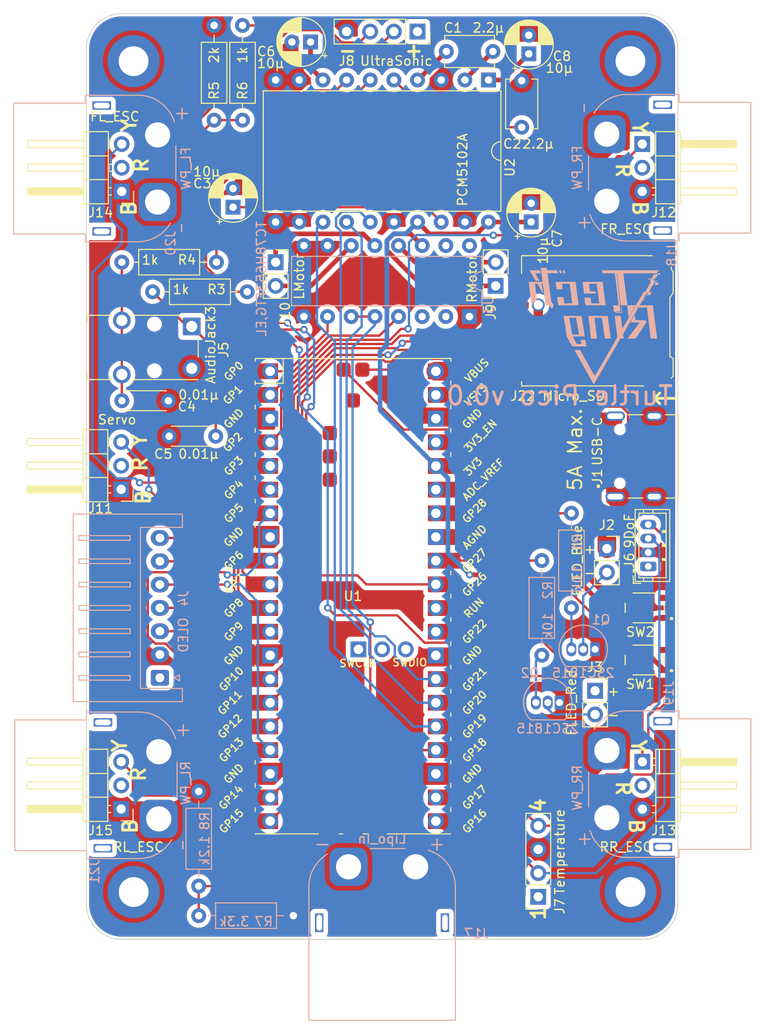
<source format=kicad_pcb>
(kicad_pcb (version 20221018) (generator pcbnew)
  (layers (0 "F.Cu" signal) (1 "In1.Cu" signal) (2 "In2.Cu" signal) (31 "B.Cu" signal) (34 "B.Paste" user) (35 "F.Paste" user) (36 "B.SilkS" user "B.Silkscreen") (37 "F.SilkS" user "F.Silkscreen") (38 "B.Mask" user) (39 "F.Mask" user) (44 "Edge.Cuts" user))
  (net 0 "")
  (net 1 "Net-(U2-CAPP)")
  (net 2 "Net-(U2-CAPM)")
  (net 3 "Net-(U2-VNEG)")
  (net 4 "GND")
  (net 5 "Net-(U2-LDOO)")
  (net 6 "Net-(C4-Pad1)")
  (net 7 "Net-(C5-Pad1)")
  (net 8 "+3.3V")
  (net 9 "+5V")
  (net 11 "Net-(J1-DP1)")
  (net 12 "Net-(J1-DN1)")
  (net 16 "Net-(J2-Pin_2)")
  (net 17 "Net-(J3-Pin_2)")
  (net 18 "/GP8")
  (net 19 "/GP9")
  (net 20 "/GP13")
  (net 21 "/GP10")
  (net 22 "/GP11")
  (net 23 "/GP16")
  (net 24 "/GP17")
  (net 25 "/GP15")
  (net 26 "Net-(J8-Pin_3)")
  (net 27 "Net-(J9-Pin_1)")
  (net 28 "Net-(J9-Pin_2)")
  (net 29 "Net-(J10-Pin_1)")
  (net 30 "Net-(J10-Pin_2)")
  (net 31 "/GP7")
  (net 32 "/GP2")
  (net 33 "/GP3")
  (net 34 "/GP4")
  (net 35 "/GP5")
  (net 36 "/GP12")
  (net 37 "/GP6")
  (net 38 "+12V")
  (net 39 "Net-(Q1-B)")
  (net 40 "Net-(Q2-B)")
  (net 41 "/GP28")
  (net 42 "/GP27")
  (net 43 "Net-(U2-OUTR)")
  (net 44 "Net-(U2-OUTL)")
  (net 45 "/GP14")
  (net 46 "/GP26")
  (net 47 "/GP22")
  (net 48 "/GP18")
  (net 49 "/GP19")
  (net 50 "/GP20")
  (net 51 "/GP21")
  (net 67 "/GP0")
  (net 68 "/GP1")
  (footprint "MountingHole:MountingHole_3.2mm_M3_DIN965_Pad" (layer "F.Cu") (at 119.38 134.62)
    (fp_text reference "REF**")
    (fp_text value "MountingHole_3.2mm_M3_DIN965_Pad")
  )
  (footprint "Resistor_THT:R_Axial_DIN0207_L6.3mm_D2.5mm_P10.16mm_Horizontal" (layer "F.Cu") (at 128.016 51.816 90)
    (fp_text reference "R5")
    (fp_text value "2k")
  )
  (footprint "Connector_PinHeader_2.54mm:PinHeader_1x03_P2.54mm_Horizontal" (layer "F.Cu") (at 173.99 120.65)
    (fp_text reference "J13")
    (fp_text value "RR_ESC")
  )
  (footprint "Resistor_THT:R_Axial_DIN0207_L6.3mm_D2.5mm_P10.16mm_Horizontal" (layer "F.Cu") (at 131.064 41.656 -90)
    (fp_text reference "R6")
    (fp_text value "1k")
  )
  (footprint "MountingHole:MountingHole_3.2mm_M3_DIN965_Pad" (layer "F.Cu") (at 172.72 134.62)
    (fp_text reference "REF**")
    (fp_text value "MountingHole_3.2mm_M3_DIN965_Pad")
  )
  (footprint "NELTRON_5077CR-16SMC2-BK-TR:NELTRON_5077CR-16SMC2-BK-TR" (layer "F.Cu") (at 171.58 87.886 90)
    (fp_text reference "J1")
    (fp_text value "USB-C")
  )
  (footprint "Connector_Audio:Jack_3.5mm_Switronic_ST-005-G_horizontal" (layer "F.Cu") (at 119.11 76.2)
    (fp_text reference "J5")
    (fp_text value "AudioJack3")
  )
  (footprint "Connector_PinSocket_2.54mm:PinSocket_1x02_P2.54mm_Vertical" (layer "F.Cu") (at 134.62 67.056)
    (fp_text reference "J10")
    (fp_text value "LMotor")
  )
  (footprint "Connector_PinSocket_2.54mm:PinSocket_1x02_P2.54mm_Vertical" (layer "F.Cu") (at 158.242 69.596 180)
    (fp_text reference "J9")
    (fp_text value "RMotor")
  )
  (footprint "Connector_PinHeader_2.54mm:PinHeader_1x03_P2.54mm_Horizontal" (layer "F.Cu") (at 118.1 59.461 180)
    (fp_text reference "J14")
    (fp_text value "FL_ESC")
  )
  (footprint "Capacitor_THT:C_Disc_D4.3mm_W1.9mm_P5.00mm" (layer "F.Cu") (at 128.19 85.725 180)
    (fp_text reference "C5")
    (fp_text value "0.01µ")
  )
  (footprint "SW_SKRPACE010:SW_SKRPACE010" (layer "F.Cu") (at 174.244 104.14 180)
    (fp_text reference "SW2")
    (fp_text value "SW_Push")
  )
  (footprint "Capacitor_THT:CP_Radial_D5.0mm_P2.00mm" (layer "F.Cu") (at 162.052 62.738 90)
    (fp_text reference "C7")
    (fp_text value "10µ")
  )
  (footprint "Resistor_THT:R_Axial_DIN0207_L6.3mm_D2.5mm_P10.16mm_Horizontal" (layer "F.Cu") (at 128.27 67.056 180)
    (fp_text reference "R4")
    (fp_text value "1k")
  )
  (footprint "Capacitor_THT:C_Disc_D5.1mm_W3.2mm_P5.00mm" (layer "F.Cu") (at 157.948 44.45 180)
    (fp_text reference "C1")
    (fp_text value "2.2µ")
  )
  (footprint "Connector_PinSocket_2.54mm:PinSocket_1x04_P2.54mm_Vertical" (layer "F.Cu") (at 162.814 135.128 180)
    (fp_text reference "J7")
    (fp_text value "Temperature")
  )
  (footprint "Connector_PinHeader_2.54mm:PinHeader_1x03_P2.54mm_Horizontal" (layer "F.Cu") (at 173.98 54.381)
    (fp_text reference "J12")
    (fp_text value "FR_ESC")
  )
  (footprint "Connector_PinSocket_2.54mm:PinSocket_1x02_P2.54mm_Vertical" (layer "F.Cu") (at 168.91 113.03)
    (fp_text reference "J3")
    (fp_text value "FLED_Red")
  )
  (footprint "Connector_PinSocket_2.54mm:PinSocket_1x04_P2.54mm_Vertical" (layer "F.Cu") (at 149.85 42.316 -90)
    (fp_text reference "J8")
    (fp_text value "UltraSonic")
  )
  (footprint "Connector_PinHeader_2.54mm:PinHeader_1x03_P2.54mm_Horizontal" (layer "F.Cu") (at 118.04 91.425 180)
    (fp_text reference "J11")
    (fp_text value "Servo")
  )
  (footprint "RPi_Pico:RPi_Pico_SMD_TH" (layer "F.Cu") (at 142.9259 102.885)
    (fp_text reference "U1")
    (fp_text value "Pico")
  )
  (footprint "Connector_Card:microSD_HC_Hirose_DM3AT-SF-PEJM5" (layer "F.Cu") (at 168.91 73.35 90)
    (fp_text reference "J22")
    (fp_text value "Micro_SD")
  )
  (footprint "SW_SKRPACE010:SW_SKRPACE010" (layer "F.Cu") (at 174.244 109.728 180)
    (fp_text reference "SW1")
    (fp_text value "SW_Push")
  )
  (footprint "Capacitor_THT:CP_Radial_D5.0mm_P2.00mm" (layer "F.Cu") (at 130.048 61.153112 90)
    (fp_text reference "C3")
    (fp_text value "10µ")
  )
  (footprint "Connector_PinHeader_2.54mm:PinHeader_1x03_P2.54mm_Horizontal" (layer "F.Cu") (at 118.04 125.715 180)
    (fp_text reference "J15")
    (fp_text value "RL_ESC")
  )
  (footprint "Connector_PinSocket_2.54mm:PinSocket_1x02_P2.54mm_Vertical" (layer "F.Cu") (at 170.18 97.79)
    (fp_text reference "J2")
    (fp_text value "FLED_Blue")
  )
  (footprint "PCM5102A:PCM5102A_DIP" (layer "F.Cu") (at 157.475 47.508 -90)
    (fp_text reference "U2")
    (fp_text value "PCM5102A")
  )
  (footprint "MountingHole:MountingHole_3.2mm_M3_DIN965_Pad" (layer "F.Cu") (at 119.37 45.491)
    (fp_text reference "REF**")
    (fp_text value "MountingHole_3.2mm_M3_DIN965_Pad")
  )
  (footprint "MountingHole:MountingHole_3.2mm_M3_DIN965_Pad" (layer "F.Cu") (at 172.71 45.491)
    (fp_text reference "REF**")
    (fp_text value "MountingHole_3.2mm_M3_DIN965_Pad")
  )
  (footprint "Capacitor_THT:CP_Radial_D5.0mm_P2.00mm" (layer "F.Cu") (at 161.798 44.704 90)
    (fp_text reference "C8")
    (fp_text value "10µ")
  )
  (footprint "Capacitor_THT:CP_Radial_D5.0mm_P2.00mm" (layer "F.Cu") (at 138.369113 43.434 180)
    (fp_text reference "C6")
    (fp_text value "10µ")
  )
  (footprint "Resistor_THT:R_Axial_DIN0207_L6.3mm_D2.5mm_P10.16mm_Horizontal" (layer "F.Cu") (at 131.572 70.231 180)
    (fp_text reference "R3")
    (fp_text value "1k")
  )
  (footprint "Connector_JST_ZH:JST_ZH_B4B-ZR_1x04_P1.50mm_Vertical" (layer "F.Cu") (at 174.625 99.695 90)
    (fp_text reference "J6")
    (fp_text value "9DoF")
  )
  (footprint "Capacitor_THT:C_Disc_D5.1mm_W3.2mm_P5.00mm" (layer "F.Cu") (at 161.036 52.578 90)
    (fp_text reference "C2")
    (fp_text value "2.2µ")
  )
  (footprint "Capacitor_THT:C_Disc_D4.3mm_W1.9mm_P5.00mm" (layer "F.Cu") (at 118.11 81.915)
    (fp_text reference "C4")
    (fp_text value "0.01µ")
  )
  (footprint "Connector_AMASS:AMASS_XT60PW-F_1x02_P7.20mm_Horizontal" (layer "B.Cu") (at 170.18 119.444 90)
    (fp_text reference "J19")
    (fp_text value "RR_PW")
  )
  (footprint "Package_DIP:DIP-16_W7.62mm" (layer "B.Cu") (at 155.433 72.888 90)
    (fp_text reference "U3")
    (fp_text value "TC78H653FTG,EL")
  )
  (footprint "Package_TO_SOT_THT:TO-92_Inline" (layer "B.Cu") (at 165.1 114.3 180)
    (fp_text reference "Q2")
    (fp_text value "2SC1815")
  )
  (footprint "Connector_AMASS:AMASS_XT60PW-F_1x02_P7.20mm_Horizontal" (layer "B.Cu") (at 121.951 60.604 -90)
    (fp_text reference "J20")
    (fp_text value "FL_PW")
  )
  (footprint "Resistor_THT:R_Axial_DIN0207_L6.3mm_D2.5mm_P10.16mm_Horizontal" (layer "B.Cu") (at 163.195 109.22 90)
    (fp_text reference "R2")
    (fp_text value "10k")
  )
  (footprint "Resistor_THT:R_Axial_DIN0207_L6.3mm_D2.5mm_P10.16mm_Horizontal" (layer "B.Cu") (at 166.37 104.14 90)
    (fp_text reference "R1")
    (fp_text value "10k")
  )
  (footprint "Connector_JST:JST_XH_S7B-XH-A_1x07_P2.50mm_Horizontal" (layer "B.Cu") (at 122.195 111.64 90)
    (fp_text reference "J4")
    (fp_text value "OLED")
  )
  (footprint "TechRing:TechRing" (layer "B.Cu") (at 169.009293 73.492422 180)
    (fp_text reference "G***")
    (fp_text value "LOGO" hide)
  )
  (footprint "Connector_AMASS:AMASS_XT60PW-F_1x02_P7.20mm_Horizontal" (layer "B.Cu") (at 122.078 126.771 -90)
    (fp_text reference "J21")
    (fp_text value "RL_PW")
  )
  (footprint "Connector_AMASS:AMASS_XT60PW-F_1x02_P7.20mm_Horizontal" (layer "B.Cu") (at 170.17 53.321 90)
    (fp_text reference "J18")
    (fp_text value "FR_PW")
  )
  (footprint "Resistor_THT:R_Axial_DIN0207_L6.3mm_D2.5mm_P10.16mm_Horizontal" (layer "B.Cu") (at 126.365 133.985 90)
    (fp_text reference "R8")
    (fp_text value "1.2k")
  )
  (footprint "Resistor_THT:R_Axial_DIN0207_L6.3mm_D2.5mm_P10.16mm_Horizontal" (layer "B.Cu") (at 136.525 137.16 180)
    (fp_text reference "R7")
    (fp_text value "3.3k")
  )
  (footprint "Package_TO_SOT_THT:TO-92_Inline" (layer "B.Cu") (at 168.91 108.585 180)
    (fp_text reference "Q1")
    (fp_text value "2SC1815")
  )
  (footprint "Connector_AMASS:AMASS_XT60PW-M_1x02_P7.20mm_Horizontal" (layer "B.Cu") (at 142.45 131.915)
    (fp_text reference "J17")
    (fp_text value "Lipo_In")
  )
  (gr_line (start 177.8 44.196) (end 177.8 135.89) (stroke (width 0.1)) (layer "Edge.Cuts"))
  (gr_line (start 118.110065 40.385987) (end 173.99 40.386) (stroke (width 0.1)) (layer "Edge.Cuts"))
  (gr_line (start 173.99 139.7) (end 118.11 139.7) (stroke (width 0.1)) (layer "Edge.Cuts"))
  (gr_arc (start 173.99 40.386) (mid 176.684077 41.501923) (end 177.8 44.196) (stroke (width 0.1)) (layer "Edge.Cuts"))
  (gr_arc (start 114.299987 44.196) (mid 115.415937 41.501891) (end 118.110065 40.385987) (stroke (width 0.1)) (layer "Edge.Cuts"))
  (gr_line (start 114.3 135.89) (end 114.299987 44.196) (stroke (width 0.1)) (layer "Edge.Cuts"))
  (gr_arc (start 177.8 135.89) (mid 176.684077 138.584077) (end 173.99 139.7) (stroke (width 0.1)) (layer "Edge.Cuts"))
  (gr_arc (start 118.11 139.7) (mid 115.415923 138.584077) (end 114.3 135.89) (stroke (width 0.1)) (layer "Edge.Cuts"))
  (gr_text "Turtle Pico v0.0" (at 165.1 82.55) (layer "B.SilkS") (effects (font (size 2 2) (thickness 0.3) bold) (justify bottom mirror)))
  (gr_text "Y" (at 118.745 119.761 90) (layer "F.SilkS") (effects (font (size 1.5 1.5) (thickness 0.3) bold) (justify left bottom)))
  (gr_text "5A Max." (at 167.64 91.694 90) (layer "F.SilkS") (effects (font (size 1.5 1.5) (thickness 0.1875)) (justify left bottom)))
  (gr_text "←" (at 174.371 83.185) (layer "F.SilkS") (effects (font (size 3 3) (thickness 0.3) bold) (justify left bottom)))
  (gr_text "-" (at 170.18 116.205) (layer "F.SilkS") (effects (font (size 1 1)) (justify left bottom)))
  (gr_text "-" (at 167.64 100.965) (layer "F.SilkS") (effects (font (size 1 1)) (justify left bottom)))
  (gr_text "R" (at 171.069 56.261 -90) (layer "F.SilkS") (effects (font (size 1.5 1.5) (thickness 0.3) bold) (justify left bottom)))
  (gr_text "B" (at 119.888 128.524 90) (layer "F.SilkS") (effects (font (size 1.5 1.5) (thickness 0.3) bold) (justify left bottom)))
  (gr_text "+" (at 170.18 113.665) (layer "F.SilkS") (effects (font (size 1 1)) (justify left bottom)))
  (gr_text "1" (at 163.703 137.795 90) (layer "F.SilkS") (effects (font (size 1.5 1.5) (thickness 0.3) bold) (justify left bottom)))
  (gr_text "R" (at 120.9548 89.662 90) (layer "F.SilkS") (effects (font (size 1.5 1.5) (thickness 0.3) bold) (justify left bottom)))
  (gr_text "+" (at 148.336 45.212) (layer "F.SilkS") (effects (font (size 1.5 1.5) (thickness 0.3) bold) (justify left bottom)))
  (gr_text "R" (at 120.777 122.936 90) (layer "F.SilkS") (effects (font (size 1.5 1.5) (thickness 0.3) bold) (justify left bottom)))
  (gr_text "4" (at 163.703 126.238 90) (layer "F.SilkS") (effects (font (size 1.5 1.5) (thickness 0.3) bold) (justify left bottom)))
  (gr_text "Y" (at 172.72 118.11 -90) (layer "F.SilkS") (effects (font (size 1.5 1.5) (thickness 0.3) bold) (justify left bottom)))
  (gr_text "R" (at 121.0564 57.6072 90) (layer "F.SilkS") (effects (font (size 1.5 1.5) (thickness 0.3) bold) (justify left bottom)))
  (gr_text "+" (at 167.64 98.425) (layer "F.SilkS") (effects (font (size 1 1)) (justify left bottom)))
  (gr_text "B" (at 121.285 93.218 90) (layer "F.SilkS") (effects (font (size 1.5 1.5) (thickness 0.3) bold) (justify left bottom)))
  (gr_text "Y" (at 120.904 86.995 90) (layer "F.SilkS") (effects (font (size 1.5 1.5) (thickness 0.3) bold) (justify left bottom)))
  (gr_text "Y" (at 172.847 51.816 -90) (layer "F.SilkS") (effects (font (size 1.5 1.5) (thickness 0.3) bold) (justify left bottom)))
  (gr_text "B" (at 172.847 60.325 -90) (layer "F.SilkS") (effects (font (size 1.5 1.5) (thickness 0.3) bold) (justify left bottom)))
  (gr_text "-" (at 141.224 45.212) (layer "F.SilkS") (effects (font (size 1.5 1.5) (thickness 0.3) bold) (justify left bottom)))
  (gr_text "B" (at 172.466 126.619 -90) (layer "F.SilkS") (effects (font (size 1.5 1.5) (thickness 0.3) bold) (justify left bottom)))
  (gr_text "Y" (at 119.761 53.213 90) (layer "F.SilkS") (effects (font (size 1.5 1.5) (thickness 0.3) bold) (justify left bottom)))
  (gr_text "B" (at 119.761 62.23 90) (layer "F.SilkS") (effects (font (size 1.5 1.5) (thickness 0.3) bold) (justify left bottom)))
  (gr_text "R" (at 171.069 122.555 -90) (layer "F.SilkS") (effects (font (size 1.5 1.5) (thickness 0.3) bold) (justify left bottom)))
  (segment (start 154.935 47.463) (end 157.948 44.45) (width 0.5) (layer "F.Cu") (net 1))
  (segment (start 154.935 47.508) (end 154.935 47.463) (width 0.5) (layer "F.Cu") (net 1))
  (segment (start 149.855 47.508) (end 149.89 47.508) (width 0.5) (layer "F.Cu") (net 2))
  (segment (start 149.89 47.508) (end 152.948 44.45) (width 0.5) (layer "F.Cu") (net 2))
  (segment (start 152.385 52.578) (end 161.036 52.578) (width 0.25) (layer "F.Cu") (net 3))
  (segment (start 147.315 47.508) (end 152.385 52.578) (width 0.25) (layer "F.Cu") (net 3))
  (segment (start 165.485 80.328554) (end 165.485 80.175) (width 0.5) (layer "F.Cu") (net 4))
  (segment (start 130.048 61.153112) (end 150.800112 61.153112) (width 0.25) (layer "F.Cu") (net 5))
  (segment (start 150.800112 61.153112) (end 152.395 62.748) (width 0.25) (layer "F.Cu") (net 5))
  (segment (start 118.11 66.675) (end 118.11 73.3) (width 0.25) (layer "F.Cu") (net 6))
  (segment (start 118.11 79.1) (end 118.11 81.915) (width 0.25) (layer "F.Cu") (net 6))
  (segment (start 118.11 79.1) (end 118.11 73.3) (width 0.25) (layer "F.Cu") (net 6))
  (segment (start 128.19 76.53) (end 125.61 73.95) (width 0.25) (layer "F.Cu") (net 7))
  (segment (start 125.131 73.95) (end 125.61 73.95) (width 0.25) (layer "F.Cu") (net 7))
  (segment (start 128.19 85.725) (end 128.19 76.53) (width 0.25) (layer "F.Cu") (net 7))
  (segment (start 121.412 70.231) (end 125.131 73.95) (width 0.25) (layer "F.Cu") (net 7))
  (segment (start 151.125 64.018) (end 149.855 62.748) (width 0.5) (layer "F.Cu") (net 8))
  (segment (start 157.475 62.748) (end 162.042 62.748) (width 0.5) (layer "F.Cu") (net 8))
  (segment (start 157.475 47.508) (end 158.994 47.508) (width 0.5) (layer "F.Cu") (net 8))
  (segment (start 169.742767 103.84) (end 166.486767 100.584) (width 0.5) (layer "F.Cu") (net 8))
  (segment (start 162.042 62.748) (end 162.052 62.738) (width 0.5) (layer "F.Cu") (net 8))
  (segment (start 138.369113 46.182113) (end 139.695 47.508) (width 0.5) (layer "F.Cu") (net 8))
  (segment (start 174.565 106.105) (end 174.565 109.049) (width 0.5) (layer "F.Cu") (net 8))
  (segment (start 175.455 105.215) (end 174.565 106.105) (width 0.5) (layer "F.Cu") (net 8))
  (segment (start 166.486767 100.584) (end 155.448 100.584) (width 0.5) (layer "F.Cu") (net 8))
  (segment (start 157.475 62.748) (end 156.205 64.018) (width 0.5) (layer "F.Cu") (net 8))
  (segment (start 158.994 47.508) (end 161.798 44.704) (width 0.5) (layer "F.Cu") (net 8))
  (segment (start 174.565 106.105) (end 172.3 103.84) (width 0.5) (layer "F.Cu") (net 8))
  (segment (start 174.565 109.049) (end 176.319 110.803) (width 0.5) (layer "F.Cu") (net 8))
  (segment (start 138.369113 43.434) (end 138.369113 46.182113) (width 0.5) (layer "F.Cu") (net 8))
  (segment (start 172.3 103.84) (end 169.742767 103.84) (width 0.5) (layer "F.Cu") (net 8))
  (segment (start 176.319 105.215) (end 175.455 105.215) (width 0.5) (layer "F.Cu") (net 8))
  (segment (start 156.205 64.018) (end 151.125 64.018) (width 0.5) (layer "F.Cu") (net 8))
  (via (at 155.448 100.584) (size 0.8) (drill 0.4) (layers "F.Cu" "B.Cu") (net 8))
  (segment (start 147.315233 63.998) (end 148.605 63.998) (width 0.5) (layer "B.Cu") (net 8))
  (segment (start 146.563 64.750233) (end 147.315233 63.998) (width 0.5) (layer "B.Cu") (net 8))
  (segment (start 153.1159 90.215) (end 151.8159 88.915) (width 0.5) (layer "B.Cu") (net 8))
  (segment (start 146.563 75.924418) (end 146.563 64.750233) (width 0.5) (layer "B.Cu") (net 8))
  (segment (start 153.1159 98.2519) (end 153.1159 90.215) (width 0.5) (layer "B.Cu") (net 8))
  (segment (start 155.448 100.584) (end 153.1159 98.2519) (width 0.5) (layer "B.Cu") (net 8))
  (segment (start 146.563 75.924418) (end 145.835 76.652418) (width 0.5) (layer "B.Cu") (net 8))
  (segment (start 148.605 63.998) (end 149.855 62.748) (width 0.5) (layer "B.Cu") (net 8))
  (segment (start 145.835 82.9341) (end 151.8159 88.915) (width 0.5) (layer "B.Cu") (net 8))
  (segment (start 145.835 76.652418) (end 145.835 82.9341) (width 0.5) (layer "B.Cu") (net 8))
  (segment (start 162.814 73.496) (end 162.814 71.628) (width 1) (layer "F.Cu") (net 9))
  (segment (start 168.605 93.365) (end 168.605 90.678) (width 2) (layer "F.Cu") (net 9))
  (segment (start 161.185 73.875) (end 162.435 73.875) (width 1) (layer "F.Cu") (net 9))
  (segment (start 155.1759 78.755) (end 151.8159 78.755) (width 2) (layer "F.Cu") (net 9))
  (segment (start 168.798 85.486) (end 168.656 85.344) (width 0.5) (layer "F.Cu") (net 9))
  (segment (start 168.656 85.344) (end 161.7649 85.344) (width 2) (layer "F.Cu") (net 9))
  (segment (start 170.18 97.79) (end 170.18 94.94) (width 2) (layer "F.Cu") (net 9))
  (segment (start 169.098 90.236) (end 168.656 90.678) (width 0.5) (layer "F.Cu") (net 9))
  (segment (start 170.18 94.94) (end 168.605 93.365) (width 2) (layer "F.Cu") (net 9))
  (segment (start 162.435 73.875) (end 162.814 73.496) (width 1) (layer "F.Cu") (net 9))
  (segment (start 170.515 85.486) (end 168.798 85.486) (width 0.5) (layer "F.Cu") (net 9))
  (segment (start 170.465 90.236) (end 169.098 90.236) (width 0.5) (layer "F.Cu") (net 9))
  (segment (start 161.7649 85.344) (end 155.1759 78.755) (width 2) (layer "F.Cu") (net 9))
  (via (at 162.814 71.628) (size 1.4) (drill 1) (layers "F.Cu" "B.Cu") (net 9))
  (segment (start 171.45 87.196) (end 171.45 88.076) (width 0.25) (layer "F.Cu") (net 11))
  (segment (start 156.859 87.136) (end 154.733 85.01) (width 0.25) (layer "F.Cu") (net 11))
  (segment (start 171.39 87.136) (end 171.45 87.196) (width 0.25) (layer "F.Cu") (net 11))
  (segment (start 171.39 88.136) (end 170.515 88.136) (width 0.25) (layer "F.Cu") (net 11))
  (segment (start 154.733 85.01) (end 148.3509 85.01) (width 0.25) (layer "F.Cu") (net 11))
  (segment (start 148.3509 85.01) (end 141.9259 78.585) (width 0.25) (layer "F.Cu") (net 11))
  (segment (start 170.515 87.136) (end 171.39 87.136) (width 0.25) (layer "F.Cu") (net 11))
  (segment (start 171.45 88.076) (end 171.39 88.136) (width 0.25) (layer "F.Cu") (net 11))
  (segment (start 170.515 87.136) (end 156.859 87.136) (width 0.25) (layer "F.Cu") (net 11))
  (segment (start 171.526396 88.636) (end 170.515 88.636) (width 0.25) (layer "F.Cu") (net 12))
  (segment (start 143.9259 78.585) (end 149.6359 78.585) (width 0.25) (layer "F.Cu") (net 12))
  (segment (start 155.789 77.43) (end 160.909 82.55) (width 0.25) (layer "F.Cu") (net 12))
  (segment (start 169.615 87.661) (end 169.615 88.611) (width 0.25) (layer "F.Cu") (net 12))
  (segment (start 171.780726 82.55) (end 172.455 83.224274) (width 0.25) (layer "F.Cu") (net 12))
  (segment (start 150.7909 77.43) (end 155.789 77.43) (width 0.25) (layer "F.Cu") (net 12))
  (segment (start 160.909 82.55) (end 171.780726 82.55) (width 0.25) (layer "F.Cu") (net 12))
  (segment (start 172.455 83.224274) (end 172.455 87.707396) (width 0.25) (layer "F.Cu") (net 12))
  (segment (start 169.64 88.636) (end 170.515 88.636) (width 0.25) (layer "F.Cu") (net 12))
  (segment (start 172.455 87.707396) (end 171.526396 88.636) (width 0.25) (layer "F.Cu") (net 12))
  (segment (start 170.515 87.636) (end 169.64 87.636) (width 0.25) (layer "F.Cu") (net 12))
  (segment (start 149.6359 78.585) (end 150.7909 77.43) (width 0.25) (layer "F.Cu") (net 12))
  (segment (start 169.64 87.636) (end 169.615 87.661) (width 0.25) (layer "F.Cu") (net 12))
  (segment (start 169.615 88.611) (end 169.64 88.636) (width 0.25) (layer "F.Cu") (net 12))
  (segment (start 167.64 108.585) (end 167.64 102.87) (width 0.25) (layer "B.Cu") (net 16))
  (segment (start 167.64 102.87) (end 170.18 100.33) (width 0.25) (layer "B.Cu") (net 16))
  (segment (start 164.445 115.57) (end 168.91 115.57) (width 0.25) (layer "B.Cu") (net 17))
  (segment (start 163.83 114.955) (end 164.445 115.57) (width 0.25) (layer "B.Cu") (net 17))
  (segment (start 163.83 114.3) (end 163.83 114.955) (width 0.25) (layer "B.Cu") (net 17))
  (segment (start 134.0359 104.155) (end 132.4259 104.155) (width 0.25) (layer "F.Cu") (net 18))
  (segment (start 130.6109 102.34) (end 130.6109 97.0829) (width 0.25) (layer "F.Cu") (net 18))
  (segment (start 130.168 96.64) (end 122.195 96.64) (width 0.25) (layer "F.Cu") (net 18))
  (segment (start 132.4259 104.155) (end 130.6109 102.34) (width 0.25) (layer "F.Cu") (net 18))
  (segment (start 130.6109 97.0829) (end 130.168 96.64) (width 0.25) (layer "F.Cu") (net 18))
  (segment (start 129.62 99.14) (end 130.1609 99.6809) (width 0.25) (layer "F.Cu") (net 19))
  (segment (start 130.1609 104.43) (end 132.4259 106.695) (width 0.25) (layer "F.Cu") (net 19))
  (segment (start 130.1609 99.6809) (end 130.1609 104.43) (width 0.25) (layer "F.Cu") (net 19))
  (segment (start 122.195 99.14) (end 129.62 99.14) (width 0.25) (layer "F.Cu") (net 19))
  (segment (start 132.4259 106.695) (end 134.0359 106.695) (width 0.25) (layer "F.Cu") (net 19))
  (segment (start 129.4364 101.6) (end 129.3964 101.64) (width 0.25) (layer "F.Cu") (net 20))
  (segment (start 129.3964 101.64) (end 122.195 101.64) (width 0.25) (layer "F.Cu") (net 20))
  (via (at 129.4364 101.6) (size 0.8) (drill 0.4) (layers "F.Cu" "B.Cu") (net 20))
  (segment (start 131.318 102.108) (end 130.81 101.6) (width 0.25) (layer "B.Cu") (net 20))
  (segment (start 132.715 103.505) (end 131.318 102.108) (width 0.25) (layer "B.Cu") (net 20))
  (segment (start 132.715 118.0741) (end 132.715 103.505) (width 0.25) (layer "B.Cu") (net 20))
  (segment (start 134.0359 119.395) (end 132.715 118.0741) (width 0.25) (layer "B.Cu") (net 20))
  (segment (start 130.81 101.6) (end 129.4364 101.6) (width 0.25) (layer "B.Cu") (net 20))
  (segment (start 136.1109 81.129188) (end 140.960088 76.28) (width 0.25) (layer "F.Cu") (net 21))
  (segment (start 124.46 104.14) (end 122.195 104.14) (width 0.25) (layer "F.Cu") (net 21))
  (segment (start 134.0359 111.775) (end 132.095 111.775) (width 0.25) (layer "F.Cu") (net 21))
  (segment (start 136.1109 109.51) (end 136.1109 81.129188) (width 0.25) (layer "F.Cu") (net 21))
  (segment (start 147.736743 76.461743) (end 157.980257 76.461743) (width 0.25) (layer "F.Cu") (net 21))
  (segment (start 140.960088 76.28) (end 147.555 76.28) (width 0.25) (layer "F.Cu") (net 21))
  (segment (start 147.555 76.28) (end 147.736743 76.461743) (width 0.25) (layer "F.Cu") (net 21))
  (segment (start 134.0359 111.775) (end 134.0359 111.585) (width 0.25) (layer "F.Cu") (net 21))
  (segment (start 157.980257 76.461743) (end 159.467 74.975) (width 0.25) (layer "F.Cu") (net 21))
  (segment (start 132.095 111.775) (end 124.46 104.14) (width 0.25) (layer "F.Cu") (net 21))
  (segment (start 159.467 74.975) (end 161.185 74.975) (width 0.25) (layer "F.Cu") (net 21))
  (segment (start 134.0359 111.585) (end 136.1109 109.51) (width 0.25) (layer "F.Cu") (net 21))
  (segment (start 140.871984 77.0045) (end 136.5609 81.315584) (width 0.25) (layer "F.Cu") (net 22))
  (segment (start 146.685 77.0045) (end 140.871984 77.0045) (width 0.25) (layer "F.Cu") (net 22))
  (segment (start 156.845 75.5555) (end 148.397486 75.5555) (width 0.25) (layer "F.Cu") (net 22))
  (segment (start 124.42 106.64) (end 122.195 106.64) (width 0.25) (layer "F.Cu") (net 22))
  (segment (start 132.095 114.315) (end 124.42 106.64) (width 0.25) (layer "F.Cu") (net 22))
  (segment (start 161.29 72.73) (end 159.6705 72.73) (width 0.25) (layer "F.Cu") (net 22))
  (segment (start 136.5609 111.79) (end 134.0359 114.315) (width 0.25) (layer "F.Cu") (net 22))
  (segment (start 148.397486 75.5555) (end 148.216243 75.736743) (width 0.25) (layer "F.Cu") (net 22))
  (segment (start 136.5609 81.315584) (end 136.5609 111.79) (width 0.25) (layer "F.Cu") (net 22))
  (segment (start 159.6705 72.73) (end 156.845 75.5555) (width 0.25) (layer "F.Cu") (net 22))
  (segment (start 134.0359 114.315) (end 132.095 114.315) (width 0.25) (layer "F.Cu") (net 22))
  (via (at 146.685 77.0045) (size 0.8) (drill 0.4) (layers "F.Cu" "B.Cu") (net 22))
  (via (at 148.216243 75.736743) (size 0.8) (drill 0.4) (layers "F.Cu" "B.Cu") (net 22))
  (segment (start 146.685 77.0045) (end 146.948486 77.0045) (width 0.25) (layer "B.Cu") (net 22))
  (segment (start 146.948486 77.0045) (end 148.216243 75.736743) (width 0.25) (layer "B.Cu") (net 22))
  (segment (start 156.2459 131.445) (end 161.671 131.445) (width 0.25) (layer "F.Cu") (net 23))
  (segment (start 161.671 131.445) (end 162.814 132.588) (width 0.25) (layer "F.Cu") (net 23))
  (segment (start 151.8159 127.015) (end 156.2459 131.445) (width 0.25) (layer "F.Cu") (net 23))
  (segment (start 174.625 96.695) (end 174.975 96.695) (width 0.25) (layer "B.Cu") (net 23))
  (segment (start 169.037 132.588) (end 162.814 132.588) (width 0.25) (layer "B.Cu") (net 23))
  (segment (start 175.815 97.535) (end 175.815 114.38) (width 0.25) (layer "B.Cu") (net 23))
  (segment (start 176.365 125.26) (end 169.037 132.588) (width 0.25) (layer "B.Cu") (net 23))
  (segment (start 174.975 96.695) (end 175.815 97.535) (width 0.25) (layer "B.Cu") (net 23))
  (segment (start 174.625 116.84) (end 176.365 118.58) (width 0.25) (layer "B.Cu") (net 23))
  (segment (start 175.815 114.38) (end 174.625 115.57) (width 0.25) (layer "B.Cu") (net 23))
  (segment (start 176.365 118.58) (end 176.365 125.26) (width 0.25) (layer "B.Cu") (net 23))
  (segment (start 174.625 115.57) (end 174.625 116.84) (width 0.25) (layer "B.Cu") (net 23))
  (segment (start 167.64 124.46) (end 170.085 122.015) (width 0.25) (layer "F.Cu") (net 24))
  (segment (start 170.085 122.015) (end 174.975 122.015) (width 0.25) (layer "F.Cu") (net 24))
  (segment (start 175.439 114.935) (end 175.895 114.935) (width 0.25) (layer "F.Cu") (net 24))
  (segment (start 166.497 127.508) (end 167.64 126.365) (width 0.25) (layer "F.Cu") (net 24))
  (segment (start 177.19165 97.41165) (end 174.975 95.195) (width 0.25) (layer "F.Cu") (net 24))
  (segment (start 174.975 122.015) (end 175.26 121.73) (width 0.25) (layer "F.Cu") (net 24))
  (segment (start 174.625 115.749) (end 175.439 114.935) (width 0.25) (layer "F.Cu") (net 24))
  (segment (start 162.814 127.508) (end 166.497 127.508) (width 0.25) (layer "F.Cu") (net 24))
  (segment (start 174.975 95.195) (end 174.625 95.195) (width 0.25) (layer "F.Cu") (net 24))
  (segment (start 167.64 126.365) (end 167.64 124.46) (width 0.25) (layer "F.Cu") (net 24))
  (segment (start 177.19165 113.63835) (end 177.19165 97.41165) (width 0.25) (layer "F.Cu") (net 24))
  (segment (start 175.26 119.57) (end 174.625 118.935) (width 0.25) (layer "F.Cu") (net 24))
  (segment (start 174.625 118.935) (end 174.625 115.749) (width 0.25) (layer "F.Cu") (net 24))
  (segment (start 159.781 124.475) (end 162.814 127.508) (width 0.25) (layer "F.Cu") (net 24))
  (segment (start 175.26 121.73) (end 175.26 119.57) (width 0.25) (layer "F.Cu") (net 24))
  (segment (start 175.895 114.935) (end 177.19165 113.63835) (width 0.25) (layer "F.Cu") (net 24))
  (segment (start 151.8159 124.475) (end 159.781 124.475) (width 0.25) (layer "F.Cu") (net 24))
  (segment (start 145.684 43.942) (end 141.127113 43.942) (width 0.25) (layer "F.Cu") (net 25))
  (segment (start 136.048122 42.164) (end 125.222 52.990122) (width 0.25) (layer "F.Cu") (net 25))
  (segment (start 141.127113 43.942) (end 139.349113 42.164) (width 0.25) (layer "F.Cu") (net 25))
  (segment (start 139.349113 42.164) (end 136.048122 42.164) (width 0.25) (layer "F.Cu") (net 25))
  (segment (start 125.222 67.692396) (end 131.817011 74.287407) (width 0.25) (layer "F.Cu") (net 25))
  (segment (start 137.9109 123.14) (end 137.9109 118.11) (width 0.25) (layer "F.Cu") (net 25))
  (segment (start 125.222 52.990122) (end 125.222 67.692396) (width 0.25) (layer "F.Cu") (net 25))
  (segment (start 137.9109 83.0691) (end 138.43 82.55) (width 0.25) (layer "F.Cu") (net 25))
  (segment (start 134.0359 127.015) (end 137.9109 123.14) (width 0.25) (layer "F.Cu") (net 25))
  (segment (start 147.31 42.316) (end 145.684 43.942) (width 0.25) (layer "F.Cu") (net 25))
  (segment (start 131.817011 74.287407) (end 137.669399 74.287407) (width 0.25) (layer "F.Cu") (net 25))
  (segment (start 137.9109 118.11) (end 137.9109 83.0691) (width 0.25) (layer "F.Cu") (net 25))
  (via (at 138.43 82.55) (size 0.8) (drill 0.4) (layers "F.Cu" "B.Cu") (net 25))
  (via (at 137.669399 74.287407) (size 0.8) (drill 0.4) (layers "F.Cu" "B.Cu") (net 25))
  (segment (start 138.43 82.55) (end 138.751239 82.228761) (width 0.25) (layer "B.Cu") (net 25))
  (segment (start 138.751239 75.886239) (end 138.751239 75.369247) (width 0.25) (layer "B.Cu") (net 25))
  (segment (start 138.751239 82.228761) (end 138.751239 75.886239) (width 0.25) (layer "B.Cu") (net 25))
  (segment (start 138.751239 75.369247) (end 137.669399 74.287407) (width 0.25) (layer "B.Cu") (net 25))
  (segment (start 141.743299 43.491) (end 143.595 43.491) (width 0.25) (layer "F.Cu") (net 26))
  (segment (start 131.064 41.656) (end 139.908299 41.656) (width 0.25) (layer "F.Cu") (net 26))
  (segment (start 139.908299 41.656) (end 141.743299 43.491) (width 0.25) (layer "F.Cu") (net 26))
  (segment (start 143.595 43.491) (end 144.77 42.316) (width 0.25) (layer "F.Cu") (net 26))
  (segment (start 146.563 64.750233) (end 147.295233 64.018) (width 0.5) (layer "F.Cu") (net 27))
  (segment (start 146.563 65.785767) (end 146.563 64.750233) (width 0.5) (layer "F.Cu") (net 27))
  (segment (start 149.103 64.018) (end 150.353 65.268) (width 0.5) (layer "F.Cu") (net 27))
  (segment (start 150.373233 69.596) (end 146.563 65.785767) (width 0.5) (layer "F.Cu") (net 27))
  (segment (start 147.295233 64.018) (end 149.103 64.018) (width 0.5) (layer "F.Cu") (net 27))
  (segment (start 158.242 69.596) (end 150.373233 69.596) (width 0.5) (layer "F.Cu") (net 27))
  (segment (start 158.242 67.056) (end 149.601 67.056) (width 0.5) (layer "F.Cu") (net 28))
  (segment (start 149.601 67.056) (end 147.813 65.268) (width 0.5) (layer "F.Cu") (net 28))
  (segment (start 136.308 64.018) (end 144.023 64.018) (width 0.5) (layer "F.Cu") (net 29))
  (segment (start 144.023 64.018) (end 145.273 65.268) (width 0.5) (layer "F.Cu") (net 29))
  (segment (start 134.62 67.056) (end 134.62 65.706) (width 0.5) (layer "F.Cu") (net 29))
  (segment (start 134.62 65.706) (end 136.308 64.018) (width 0.5) (layer "F.Cu") (net 29))
  (segment (start 134.62 69.596) (end 138.405 69.596) (width 0.5) (layer "F.Cu") (net 30))
  (segment (start 138.405 69.596) (end 142.733 65.268) (width 0.5) (layer "F.Cu") (net 30))
  (segment (start 132.4259 101.615) (end 134.0359 101.615) (width 0.25) (layer "F.Cu") (net 31))
  (segment (start 131.0609 100.25) (end 132.4259 101.615) (width 0.25) (layer "F.Cu") (net 31))
  (segment (start 131.0609 92.9609) (end 131.0609 100.25) (width 0.25) (layer "F.Cu") (net 31))
  (segment (start 122.035337 92.4591) (end 130.5591 92.4591) (width 0.25) (layer "F.Cu") (net 31))
  (segment (start 121.001237 91.425) (end 122.035337 92.4591) (width 0.25) (layer "F.Cu") (net 31))
  (segment (start 130.5591 92.4591) (end 131.0609 92.9609) (width 0.25) (layer "F.Cu") (net 31))
  (segment (start 134.0359 101.615) (end 132.095 101.615) (width 0.25) (layer "F.Cu") (net 31))
  (via (at 121.001237 91.425) (size 0.8) (drill 0.4) (layers "F.Cu" "B.Cu") (net 31))
  (segment (start 118.04 86.345) (end 121.001237 89.306237) (width 0.25) (layer "B.Cu") (net 31))
  (segment (start 121.001237 89.306237) (end 121.001237 91.425) (width 0.25) (layer "B.Cu") (net 31))
  (segment (start 146.911991 75.38) (end 140.587296 75.38) (width 0.25) (layer "F.Cu") (net 32))
  (segment (start 157.988 64.1685) (end 162.8715 64.1685) (width 0.25) (layer "F.Cu") (net 32))
  (segment (start 171.344 55.696) (end 172.665 55.696) (width 0.25) (layer "F.Cu") (net 32))
  (segment (start 135.2109 85.2) (end 134.0359 86.375) (width 0.25) (layer "F.Cu") (net 32))
  (segment (start 172.665 55.696) (end 173.98 54.381) (width 0.25) (layer "F.Cu") (net 32))
  (segment (start 146.911991 75.38) (end 148.086491 74.2055) (width 0.25) (layer "F.Cu") (net 32))
  (segment (start 140.587296 75.38) (end 135.2109 80.756396) (width 0.25) (layer "F.Cu") (net 32))
  (segment (start 162.8715 64.1685) (end 171.344 55.696) (width 0.25) (layer "F.Cu") (net 32))
  (segment (start 148.086491 74.2055) (end 148.844 74.2055) (width 0.25) (layer "F.Cu") (net 32))
  (segment (start 135.2109 80.756396) (end 135.2109 85.2) (width 0.25) (layer "F.Cu") (net 32))
  (via (at 157.988 64.1685) (size 0.8) (drill 0.4) (layers "F.Cu" "B.Cu") (net 32))
  (via (at 148.844 74.2055) (size 0.8) (drill 0.4) (layers "F.Cu" "B.Cu") (net 32))
  (segment (start 148.938 74.1115) (end 148.938 64.93) (width 0.25) (layer "B.Cu") (net 32))
  (segment (start 148.844 74.2055) (end 148.938 74.1115) (width 0.25) (layer "B.Cu") (net 32))
  (segment (start 148.938 64.93) (end 149.725 64.143) (width 0.25) (layer "B.Cu") (net 32))
  (segment (start 149.725 64.143) (end 157.9625 64.143) (width 0.25) (layer "B.Cu") (net 32))
  (segment (start 157.9625 64.143) (end 157.988 64.1685) (width 0.25) (layer "B.Cu") (net 32))
  (segment (start 173.99 113.665) (end 173.99 120.65) (width 0.25) (layer "F.Cu") (net 33))
  (segment (start 150.610346 107.87) (end 154.7909 107.87) (width 0.25) (layer "F.Cu") (net 33))
  (segment (start 131.0609 87.55) (end 132.4259 88.915) (width 0.25) (layer "F.Cu") (net 33))
  (segment (start 132.4259 88.915) (end 134.0359 88.915) (width 0.25) (layer "F.Cu") (net 33))
  (segment (start 154.7909 107.87) (end 158.3739 111.453) (width 0.25) (layer "F.Cu") (net 33))
  (segment (start 131.0609 76.7111) (end 131.0609 87.55) (width 0.25) (layer "F.Cu") (net 33))
  (segment (start 147.675047 104.934701) (end 150.610346 107.87) (width 0.25) (layer "F.Cu") (net 33))
  (segment (start 171.778 111.453) (end 173.99 113.665) (width 0.25) (layer "F.Cu") (net 33))
  (segment (start 132.08 75.692) (end 131.0609 76.7111) (width 0.25) (layer "F.Cu") (net 33))
  (segment (start 140.208 104.14) (end 141.002701 104.934701) (width 0.25) (layer "F.Cu") (net 33))
  (segment (start 158.3739 111.453) (end 171.778 111.453) (width 0.25) (layer "F.Cu") (net 33))
  (segment (start 136.398 75.692) (end 132.08 75.692) (width 0.25) (layer "F.Cu") (net 33))
  (segment (start 141.002701 104.934701) (end 147.675047 104.934701) (width 0.25) (layer "F.Cu") (net 33))
  (segment (start 137.16 76.454) (end 136.398 75.692) (width 0.25) (layer "F.Cu") (net 33))
  (via (at 137.16 76.454) (size 0.8) (drill 0.4) (layers "F.Cu" "B.Cu") (net 33))
  (via (at 140.208 104.14) (size 0.8) (drill 0.4) (layers "F.Cu" "B.Cu") (net 33))
  (segment (start 137.16 82.305305) (end 139.182695 84.328) (width 0.25) (layer "B.Cu") (net 33))
  (segment (start 139.182695 84.328) (end 139.192 84.328) (width 0.25) (layer "B.Cu") (net 33))
  (segment (start 139.192 84.328) (end 140.208 85.344) (width 0.25) (layer "B.Cu") (net 33))
  (segment (start 137.16 82.305305) (end 137.16 76.454) (width 0.25) (layer "B.Cu") (net 33))
  (segment (start 140.208 90.932) (end 140.208 85.344) (width 0.25) (layer "B.Cu") (net 33))
  (segment (start 140.208 104.14) (end 140.208 90.932) (width 0.25) (layer "B.Cu") (net 33))
  (segment (start 133.2814 90.7005) (end 120.015 90.7005) (width 0.25) (layer "F.Cu") (net 34))
  (segment (start 134.0359 91.455) (end 133.2814 90.7005) (width 0.25) (layer "F.Cu") (net 34))
  (via (at 120.015 90.7005) (size 0.8) (drill 0.4) (layers "F.Cu" "B.Cu") (net 34))
  (segment (start 120.015 90.7005) (end 119.5645 90.25) (width 0.25) (layer "B.Cu") (net 34))
  (segment (start 116.925 55.556) (end 118.1 54.381) (width 0.25) (layer "B.Cu") (net 34))
  (segment (start 118.1 65.024) (end 118.1 63.627) (width 0.25) (layer "B.Cu") (net 34))
  (segment (start 114.935 68.189) (end 118.1 65.024) (width 0.25) (layer "B.Cu") (net 34))
  (segment (start 119.5645 90.25) (end 117.555 90.25) (width 0.25) (layer "B.Cu") (net 34))
  (segment (start 114.935 87.63) (end 114.935 68.189) (width 0.25) (layer "B.Cu") (net 34))
  (segment (start 117.555 90.25) (end 114.935 87.63) (width 0.25) (layer "B.Cu") (net 34))
  (segment (start 116.925 62.452) (end 116.925 55.556) (width 0.25) (layer "B.Cu") (net 34))
  (segment (start 118.1 63.627) (end 116.925 62.452) (width 0.25) (layer "B.Cu") (net 34))
  (segment (start 124.46 123.444) (end 123.635 124.269) (width 0.25) (layer "F.Cu") (net 35))
  (segment (start 121.236 100.315) (end 120.895 100.656) (width 0.25) (layer "F.Cu") (net 35))
  (segment (start 121.681 107.965) (end 122.806701 107.965) (width 0.25) (layer "F.Cu") (net 35))
  (segment (start 120.895 107.179) (end 121.681 107.965) (width 0.25) (layer "F.Cu") (net 35))
  (segment (start 119.486 124.269) (end 119.29 124.073) (width 0.25) (layer "F.Cu") (net 35))
  (segment (start 129.150903 100.315) (end 121.236 100.315) (width 0.25) (layer "F.Cu") (net 35))
  (segment (start 119.29 121.885) (end 118.04 120.635) (width 0.25) (layer "F.Cu") (net 35))
  (segment (start 120.895 100.656) (end 120.895 107.179) (width 0.25) (layer "F.Cu") (net 35))
  (segment (start 119.29 124.073) (end 119.29 121.885) (width 0.25) (layer "F.Cu") (net 35))
  (segment (start 124.46 109.618299) (end 124.46 123.444) (width 0.25) (layer "F.Cu") (net 35))
  (segment (start 122.806701 107.965) (end 124.46 109.618299) (width 0.25) (layer "F.Cu") (net 35))
  (segment (start 123.635 124.269) (end 119.486 124.269) (width 0.25) (layer "F.Cu") (net 35))
  (segment (start 129.4364 100.600497) (end 129.150903 100.315) (width 0.25) (layer "F.Cu") (net 35))
  (via (at 129.4364 100.600497) (size 0.8) (drill 0.4) (layers "F.Cu" "B.Cu") (net 35))
  (segment (start 132.8609 99.2951) (end 131.555503 100.600497) (width 0.25) (layer "B.Cu") (net 35))
  (segment (start 131.555503 100.600497) (end 129.4364 100.600497) (width 0.25) (layer "B.Cu") (net 35))
  (segment (start 132.8609 95.17) (end 132.8609 99.2951) (width 0.25) (layer "B.Cu") (net 35))
  (segment (start 134.0359 93.995) (end 132.8609 95.17) (width 0.25) (layer "B.Cu") (net 35))
  (segment (start 134.0359 116.855) (end 137.0109 113.88) (width 0.25) (layer "F.Cu") (net 36))
  (segment (start 137.0109 113.88) (end 137.0109 81.50198) (width 0.25) (layer "F.Cu") (net 36))
  (segment (start 148.291396 76.98) (end 160.99 76.98) (width 0.25) (layer "F.Cu") (net 36))
  (segment (start 147.0605 77.7295) (end 147.66 77.13) (width 0.25) (layer "F.Cu") (net 36))
  (segment (start 146.125195 77.47) (end 146.384695 77.7295) (width 0.25) (layer "F.Cu") (net 36))
  (segment (start 146.384695 77.7295) (end 147.0605 77.7295) (width 0.25) (layer "F.Cu") (net 36))
  (segment (start 137.0109 81.50198) (end 141.04288 77.47) (width 0.25) (layer "F.Cu") (net 36))
  (segment (start 147.66 77.13) (end 148.141396 77.13) (width 0.25) (layer "F.Cu") (net 36))
  (segment (start 148.141396 77.13) (end 148.291396 76.98) (width 0.25) (layer "F.Cu") (net 36))
  (segment (start 160.99 76.98) (end 161.185 77.175) (width 0.25) (layer "F.Cu") (net 36))
  (segment (start 141.04288 77.47) (end 146.125195 77.47) (width 0.25) (layer "F.Cu") (net 36))
  (segment (start 135.6609 97.45) (end 135.6609 80.942792) (width 0.25) (layer "F.Cu") (net 37))
  (segment (start 135.6609 80.942792) (end 140.773692 75.83) (width 0.25) (layer "F.Cu") (net 37))
  (segment (start 134.0359 99.075) (end 135.6609 97.45) (width 0.25) (layer "F.Cu") (net 37))
  (segment (start 140.773692 75.83) (end 147.098387 75.83) (width 0.25) (layer "F.Cu") (net 37))
  (segment (start 158.24 71.63) (end 161.29 71.63) (width 0.25) (layer "F.Cu") (net 37))
  (segment (start 157.48 72.39) (end 158.24 71.63) (width 0.25) (layer "F.Cu") (net 37))
  (segment (start 156.21 74.93) (end 157.48 73.66) (width 0.25) (layer "F.Cu") (net 37))
  (segment (start 157.48 73.66) (end 157.48 72.39) (width 0.25) (layer "F.Cu") (net 37))
  (segment (start 147.998387 74.93) (end 156.21 74.93) (width 0.25) (layer "F.Cu") (net 37))
  (segment (start 147.098387 75.83) (end 147.998387 74.93) (width 0.25) (layer "F.Cu") (net 37))
  (segment (start 166.37 108.585) (end 166.37 104.14) (width 0.25) (layer "B.Cu") (net 39))
  (segment (start 163.195 109.22) (end 162.56 109.855) (width 0.25) (layer "B.Cu") (net 40))
  (segment (start 162.56 109.855) (end 162.56 114.3) (width 0.25) (layer "B.Cu") (net 40))
  (segment (start 151.8159 93.995) (end 166.355 93.995) (width 0.25) (layer "F.Cu") (net 41))
  (segment (start 166.355 93.995) (end 166.37 93.98) (width 0.25) (layer "F.Cu") (net 41))
  (segment (start 163.195 99.06) (end 151.8309 99.06) (width 0.25) (layer "F.Cu") (net 42))
  (segment (start 151.8309 99.06) (end 151.8159 99.075) (width 0.25) (layer "F.Cu") (net 42))
  (segment (start 142.235 47.508) (end 141.11 48.633) (width 0.25) (layer "F.Cu") (net 43))
  (segment (start 127.145 59.799) (end 127.145 67.521991) (width 0.25) (layer "F.Cu") (net 43))
  (segment (start 138.311 48.633) (end 127.145 59.799) (width 0.25) (layer "F.Cu") (net 43))
  (segment (start 127.145 67.521991) (end 129.854009 70.231) (width 0.25) (layer "F.Cu") (net 43))
  (segment (start 141.11 48.633) (end 138.311 48.633) (width 0.25) (layer "F.Cu") (net 43))
  (segment (start 129.854009 70.231) (end 131.572 70.231) (width 0.25) (layer "F.Cu") (net 43))
  (segment (start 128.27 67.056) (end 128.27 59.340121) (width 0.25) (layer "F.Cu") (net 44))
  (segment (start 138.334121 49.276) (end 143.007 49.276) (width 0.25) (layer "F.Cu") (net 44))
  (segment (start 128.27 59.340121) (end 138.334121 49.276) (width 0.25) (layer "F.Cu") (net 44))
  (segment (start 143.007 49.276) (end 144.775 47.508) (width 0.25) (layer "F.Cu") (net 44))
  (segment (start 135.89 73.562907) (end 132.236907 73.562907) (width 0.25) (layer "F.Cu") (net 45))
  (segment (start 137.4609 110.49) (end 137.4609 82.076578) (width 0.25) (layer "F.Cu") (net 45))
  (segment (start 134.0359 124.475) (end 137.4609 121.05) (width 0.25) (layer "F.Cu") (net 45))
  (segment (start 128.016 51.816) (end 131.064 51.816) (width 0.25) (layer "F.Cu") (net 45))
  (segment (start 126.238 53.594) (end 128.016 51.816) (width 0.25) (layer "F.Cu") (net 45))
  (segment (start 132.236907 73.562907) (end 126.238 67.564) (width 0.25) (layer "F.Cu") (net 45))
  (segment (start 126.238 67.564) (end 126.238 53.594) (width 0.25) (layer "F.Cu") (net 45))
  (segment (start 137.4609 82.076578) (end 138.026239 81.511239) (width 0.25) (layer "F.Cu") (net 45))
  (segment (start 137.4609 121.05) (end 137.4609 110.49) (width 0.25) (layer "F.Cu") (net 45))
  (via (at 138.026239 81.511239) (size 0.8) (drill 0.4) (layers "F.Cu" "B.Cu") (net 45))
  (via (at 135.89 73.562907) (size 0.8) (drill 0.4) (layers "F.Cu" "B.Cu") (net 45))
  (segment (start 138.026239 75.797635) (end 138.026239 75.699146) (width 0.25) (layer "B.Cu") (net 45))
  (segment (start 138.026239 81.511239) (end 138.026239 75.797635) (width 0.25) (layer "B.Cu") (net 45))
  (segment (start 138.026239 75.699146) (end 135.89 73.562907) (width 0.25) (layer "B.Cu") (net 45))
  (segment (start 139.376448 100.653552) (end 143.396754 100.653552) (width 0.25) (layer "F.Cu") (net 46))
  (segment (start 126.365 133.985) (end 129.4159 133.985) (width 0.25) (layer "F.Cu") (net 46))
  (segment (start 138.43 101.6) (end 139.376448 100.653552) (width 0.25) (layer "F.Cu") (net 46))
  (segment (start 126.365 133.985) (end 126.365 137.16) (width 0.25) (layer "F.Cu") (net 46))
  (segment (start 169.035991 105.215) (end 172.169 105.215) (width 0.25) (layer "F.Cu") (net 46))
  (segment (start 165.435991 101.615) (end 169.035991 105.215) (width 0.25) (layer "F.Cu") (net 46))
  (segment (start 129.4159 133.985) (end 138.43 124.9709) (width 0.25) (layer "F.Cu") (net 46))
  (segment (start 143.396754 100.653552) (end 144.358202 101.615) (width 0.25) (layer "F.Cu") (net 46))
  (segment (start 138.43 124.9709) (end 138.43 101.6) (width 0.25) (layer "F.Cu") (net 46))
  (segment (start 151.8159 101.615) (end 165.435991 101.615) (width 0.25) (layer "F.Cu") (net 46))
  (segment (start 144.358202 101.615) (end 151.8159 101.615) (width 0.25) (layer "F.Cu") (net 46))
  (segment (start 151.8159 106.695) (end 162.260991 106.695) (width 0.25) (layer "F.Cu") (net 47))
  (segment (start 166.368991 110.803) (end 172.169 110.803) (width 0.25) (layer "F.Cu") (net 47))
  (segment (start 162.260991 106.695) (end 166.368991 110.803) (width 0.25) (layer "F.Cu") (net 47))
  (segment (start 149.24 119.395) (end 151.8159 119.395) (width 0.25) (layer "F.Cu") (net 48))
  (segment (start 142.733 72.888) (end 145.273 72.888) (width 0.25) (layer "F.Cu") (net 48))
  (segment (start 144.784299 105.659701) (end 144.78 105.664) (width 0.25) (layer "F.Cu") (net 48))
  (segment (start 144.78 105.664) (end 144.78 114.935) (width 0.25) (layer "F.Cu") (net 48))
  (segment (start 144.78 114.935) (end 149.24 119.395) (width 0.25) (layer "F.Cu") (net 48))
  (via (at 144.784299 105.659701) (size 0.8) (drill 0.4) (layers "F.Cu" "B.Cu") (net 48))
  (segment (start 142.875 103.750402) (end 144.784299 105.659701) (width 0.25) (layer "B.Cu") (net 48))
  (segment (start 145.273 73.802) (end 145.273 72.888) (width 0.25) (layer "B.Cu") (net 48))
  (segment (start 145.273 73.802) (end 142.875 76.2) (width 0.25) (layer "B.Cu") (net 48))
  (segment (start 142.875 76.2) (end 142.875 103.750402) (width 0.25) (layer "B.Cu") (net 48))
  (segment (start 140.97 75.565) (end 140.97 108.395) (width 0.25) (layer "B.Cu") (net 49))
  (segment (start 139.065 63.378) (end 139.695 62.748) (width 0.25) (layer "B.Cu") (net 49))
  (segment (start 139.065 73.66) (end 139.065 63.378) (width 0.25) (layer "B.Cu") (net 49))
  (segment (start 149.43 116.855) (end 151.8159 116.855) (width 0.25) (layer "B.Cu") (net 49))
  (segment (start 139.065 73.66) (end 140.97 75.565) (width 0.25) (layer "B.Cu") (net 49))
  (segment (start 140.97 108.395) (end 149.43 116.855) (width 0.25) (layer "B.Cu") (net 49))
  (segment (start 141.769009 61.623) (end 143.65 61.623) (width 0.25) (layer "B.Cu") (net 50))
  (segment (start 141.6 104.325) (end 144.685 107.41) (width 0.25) (layer "B.Cu") (net 50))
  (segment (start 141.11 63.213991) (end 141.11 62.282009) (width 0.25) (layer "B.Cu") (net 50))
  (segment (start 149.875 114.315) (end 151.8159 114.315) (width 0.25) (layer "B.Cu") (net 50))
  (segment (start 141.6 63.703991) (end 141.11 63.213991) (width 0.25) (layer "B.Cu") (net 50))
  (segment (start 144.685 109.125) (end 149.875 114.315) (width 0.25) (layer "B.Cu") (net 50))
  (segment (start 141.11 62.282009) (end 141.769009 61.623) (width 0.25) (layer "B.Cu") (net 50))
  (segment (start 141.6 104.325) (end 141.6 63.703991) (width 0.25) (layer "B.Cu") (net 50))
  (segment (start 144.685 107.41) (end 144.685 109.125) (width 0.25) (layer "B.Cu") (net 50))
  (segment (start 143.65 61.623) (end 144.775 62.748) (width 0.25) (layer "B.Cu") (net 50))
  (segment (start 142.24 75.565) (end 142.24 104.14) (width 0.25) (layer "B.Cu") (net 51))
  (segment (start 151.8159 111.775) (end 149.875 111.775) (width 0.25) (layer "B.Cu") (net 51))
  (segment (start 143.858 73.947) (end 142.24 75.565) (width 0.25) (layer "B.Cu") (net 51))
  (segment (start 142.24 104.14) (end 145.288 107.188) (width 0.25) (layer "B.Cu") (net 51))
  (segment (start 145.288 107.188) (end 146.399 107.188) (width 0.25) (layer "B.Cu") (net 51))
  (segment (start 147.415 109.315) (end 147.415 108.204) (width 0.25) (layer "B.Cu") (net 51))
  (segment (start 146.399 107.188) (end 147.415 108.204) (width 0.25) (layer "B.Cu") (net 51))
  (segment (start 143.858 64.371) (end 142.235 62.748) (width 0.25) (layer "B.Cu") (net 51))
  (segment (start 143.858 73.947) (end 143.858 64.371) (width 0.25) (layer "B.Cu") (net 51))
  (segment (start 149.875 111.775) (end 147.415 109.315) (width 0.25) (layer "B.Cu") (net 51))
  (segment (start 134.0359 78.755) (end 135.939504 78.755) (width 0.25) (layer "F.Cu") (net 67))
  (segment (start 140.193 74.501504) (end 140.193 72.888) (width 0.25) (layer "F.Cu") (net 67))
  (segment (start 135.939504 78.755) (end 140.193 74.501504) (width 0.25) (layer "F.Cu") (net 67))
  (segment (start 145.771 74.93) (end 147.813 72.888) (width 0.25) (layer "F.Cu") (net 68))
  (segment (start 134.0359 81.295) (end 140.4009 74.93) (width 0.25) (layer "F.Cu") (net 68))
  (segment (start 140.4009 74.93) (end 145.771 74.93) (width 0.25) (layer "F.Cu") (net 68))
  (zone (net 4) (net_name "GND") (layers "F.Cu" "In1.Cu") (connect_pads yes (clearance 0.5)) (min_thickness 0.25) (fill yes (thermal_gap 0.5) (thermal_bridge_width 0.5))
    (polygon (pts (arc (start 118.11 40.64) (mid 115.595528 41.681528) (end 114.554 44.196)) (arc (start 114.554 135.89) (mid 115.595528 138.404472) (end 118.11 139.446)) (arc (start 173.99 139.446) (mid 176.504472 138.404472) (end 177.546 135.89)) (arc (start 177.546 44.196) (mid 176.504472 41.681528) (end 173.99 40.64))))
  )
  (zone (net 38) (net_name "+12V") (layers "In2.Cu" "B.Cu") (connect_pads yes (clearance 0.5)) (min_thickness 0.25) (fill yes (thermal_gap 0.5) (thermal_bridge_width 0.5))
    (polygon (pts (arc (start 118.11 40.64) (mid 115.595528 41.681528) (end 114.554 44.196)) (arc (start 114.554 135.89) (mid 115.595528 138.404472) (end 118.11 139.446)) (arc (start 173.99 139.446) (mid 176.504472 138.404472) (end 177.546 135.89)) (arc (start 177.546 44.196) (mid 176.504472 41.681528) (end 173.99 40.64))))
  )
)
</source>
